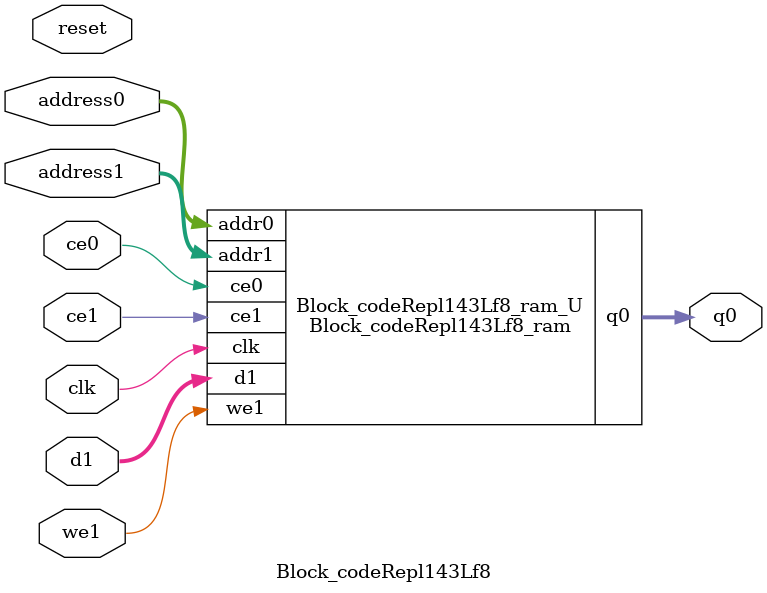
<source format=v>
`timescale 1 ns / 1 ps
module Block_codeRepl143Lf8_ram (addr0, ce0, q0, addr1, ce1, d1, we1,  clk);

parameter DWIDTH = 4;
parameter AWIDTH = 12;
parameter MEM_SIZE = 2688;

input[AWIDTH-1:0] addr0;
input ce0;
output reg[DWIDTH-1:0] q0;
input[AWIDTH-1:0] addr1;
input ce1;
input[DWIDTH-1:0] d1;
input we1;
input clk;

(* ram_style = "block" *)reg [DWIDTH-1:0] ram[0:MEM_SIZE-1];




always @(posedge clk)  
begin 
    if (ce0) begin
        q0 <= ram[addr0];
    end
end


always @(posedge clk)  
begin 
    if (ce1) begin
        if (we1) 
            ram[addr1] <= d1; 
    end
end


endmodule

`timescale 1 ns / 1 ps
module Block_codeRepl143Lf8(
    reset,
    clk,
    address0,
    ce0,
    q0,
    address1,
    ce1,
    we1,
    d1);

parameter DataWidth = 32'd4;
parameter AddressRange = 32'd2688;
parameter AddressWidth = 32'd12;
input reset;
input clk;
input[AddressWidth - 1:0] address0;
input ce0;
output[DataWidth - 1:0] q0;
input[AddressWidth - 1:0] address1;
input ce1;
input we1;
input[DataWidth - 1:0] d1;



Block_codeRepl143Lf8_ram Block_codeRepl143Lf8_ram_U(
    .clk( clk ),
    .addr0( address0 ),
    .ce0( ce0 ),
    .q0( q0 ),
    .addr1( address1 ),
    .ce1( ce1 ),
    .we1( we1 ),
    .d1( d1 ));

endmodule


</source>
